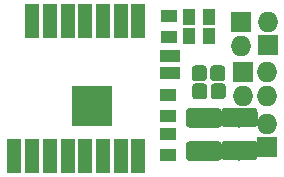
<source format=gbr>
G04 #@! TF.GenerationSoftware,KiCad,Pcbnew,5.0.0-rc3-unknown-520c611~65~ubuntu18.04.1*
G04 #@! TF.CreationDate,2018-07-03T00:15:53+02:00*
G04 #@! TF.ProjectId,vlakinostalo,766C616B696E6F7374616C6F2E6B6963,rev?*
G04 #@! TF.SameCoordinates,Original*
G04 #@! TF.FileFunction,Soldermask,Bot*
G04 #@! TF.FilePolarity,Negative*
%FSLAX46Y46*%
G04 Gerber Fmt 4.6, Leading zero omitted, Abs format (unit mm)*
G04 Created by KiCad (PCBNEW 5.0.0-rc3-unknown-520c611~65~ubuntu18.04.1) date Tue Jul  3 00:15:53 2018*
%MOMM*%
%LPD*%
G01*
G04 APERTURE LIST*
%ADD10R,0.700000X1.100000*%
%ADD11R,1.400000X1.070000*%
%ADD12O,1.750000X1.750000*%
%ADD13R,1.750000X1.750000*%
%ADD14R,1.070000X1.400000*%
%ADD15R,1.300000X2.900000*%
%ADD16R,3.400000X3.400000*%
%ADD17C,0.100000*%
%ADD18C,1.650000*%
%ADD19C,1.275000*%
G04 APERTURE END LIST*
D10*
G04 #@! TO.C,Q1*
X161800000Y-101600000D03*
X160800000Y-101600000D03*
X161800000Y-100100000D03*
X161300000Y-101600000D03*
X160800000Y-100100000D03*
X161300000Y-100100000D03*
G04 #@! TD*
D11*
G04 #@! TO.C,R1*
X161150000Y-106750000D03*
X161150000Y-108500000D03*
G04 #@! TD*
G04 #@! TO.C,R2*
X161150000Y-103450000D03*
X161150000Y-105200000D03*
G04 #@! TD*
D12*
G04 #@! TO.C,J2*
X169560240Y-97235260D03*
D13*
X169560240Y-99235260D03*
G04 #@! TD*
D14*
G04 #@! TO.C,SW1*
X164625000Y-98450000D03*
X162875000Y-98450000D03*
G04 #@! TD*
D11*
G04 #@! TO.C,R8*
X161240000Y-96760000D03*
X161240000Y-98510000D03*
G04 #@! TD*
D13*
G04 #@! TO.C,M1*
X167350000Y-97250000D03*
D12*
X167350000Y-99250000D03*
G04 #@! TD*
D14*
G04 #@! TO.C,SW2*
X162875000Y-96850000D03*
X164625000Y-96850000D03*
G04 #@! TD*
D15*
G04 #@! TO.C,P1*
X149630000Y-108570000D03*
X148130000Y-108570000D03*
X151130000Y-108570000D03*
X152630000Y-108570000D03*
X154130000Y-108570000D03*
X155630000Y-108570000D03*
X157130000Y-108570000D03*
X158630000Y-108570000D03*
X158630000Y-97170000D03*
X157130000Y-97170000D03*
X155630000Y-97170000D03*
X154130000Y-97170000D03*
X152630000Y-97170000D03*
X151130000Y-97170000D03*
X149630000Y-97170000D03*
D16*
X154730000Y-104370000D03*
G04 #@! TD*
D17*
G04 #@! TO.C,C3*
G36*
X165390086Y-107352649D02*
X165422120Y-107357401D01*
X165453534Y-107365270D01*
X165484026Y-107376180D01*
X165513301Y-107390026D01*
X165541078Y-107406675D01*
X165567090Y-107425967D01*
X165591085Y-107447715D01*
X165612833Y-107471710D01*
X165632125Y-107497722D01*
X165648774Y-107525499D01*
X165662620Y-107554774D01*
X165673530Y-107585266D01*
X165681399Y-107616680D01*
X165686151Y-107648714D01*
X165687740Y-107681060D01*
X165687740Y-108671060D01*
X165686151Y-108703406D01*
X165681399Y-108735440D01*
X165673530Y-108766854D01*
X165662620Y-108797346D01*
X165648774Y-108826621D01*
X165632125Y-108854398D01*
X165612833Y-108880410D01*
X165591085Y-108904405D01*
X165567090Y-108926153D01*
X165541078Y-108945445D01*
X165513301Y-108962094D01*
X165484026Y-108975940D01*
X165453534Y-108986850D01*
X165422120Y-108994719D01*
X165390086Y-108999471D01*
X165357740Y-109001060D01*
X162967740Y-109001060D01*
X162935394Y-108999471D01*
X162903360Y-108994719D01*
X162871946Y-108986850D01*
X162841454Y-108975940D01*
X162812179Y-108962094D01*
X162784402Y-108945445D01*
X162758390Y-108926153D01*
X162734395Y-108904405D01*
X162712647Y-108880410D01*
X162693355Y-108854398D01*
X162676706Y-108826621D01*
X162662860Y-108797346D01*
X162651950Y-108766854D01*
X162644081Y-108735440D01*
X162639329Y-108703406D01*
X162637740Y-108671060D01*
X162637740Y-107681060D01*
X162639329Y-107648714D01*
X162644081Y-107616680D01*
X162651950Y-107585266D01*
X162662860Y-107554774D01*
X162676706Y-107525499D01*
X162693355Y-107497722D01*
X162712647Y-107471710D01*
X162734395Y-107447715D01*
X162758390Y-107425967D01*
X162784402Y-107406675D01*
X162812179Y-107390026D01*
X162841454Y-107376180D01*
X162871946Y-107365270D01*
X162903360Y-107357401D01*
X162935394Y-107352649D01*
X162967740Y-107351060D01*
X165357740Y-107351060D01*
X165390086Y-107352649D01*
X165390086Y-107352649D01*
G37*
D18*
X164162740Y-108176060D03*
D17*
G36*
X165390086Y-104552649D02*
X165422120Y-104557401D01*
X165453534Y-104565270D01*
X165484026Y-104576180D01*
X165513301Y-104590026D01*
X165541078Y-104606675D01*
X165567090Y-104625967D01*
X165591085Y-104647715D01*
X165612833Y-104671710D01*
X165632125Y-104697722D01*
X165648774Y-104725499D01*
X165662620Y-104754774D01*
X165673530Y-104785266D01*
X165681399Y-104816680D01*
X165686151Y-104848714D01*
X165687740Y-104881060D01*
X165687740Y-105871060D01*
X165686151Y-105903406D01*
X165681399Y-105935440D01*
X165673530Y-105966854D01*
X165662620Y-105997346D01*
X165648774Y-106026621D01*
X165632125Y-106054398D01*
X165612833Y-106080410D01*
X165591085Y-106104405D01*
X165567090Y-106126153D01*
X165541078Y-106145445D01*
X165513301Y-106162094D01*
X165484026Y-106175940D01*
X165453534Y-106186850D01*
X165422120Y-106194719D01*
X165390086Y-106199471D01*
X165357740Y-106201060D01*
X162967740Y-106201060D01*
X162935394Y-106199471D01*
X162903360Y-106194719D01*
X162871946Y-106186850D01*
X162841454Y-106175940D01*
X162812179Y-106162094D01*
X162784402Y-106145445D01*
X162758390Y-106126153D01*
X162734395Y-106104405D01*
X162712647Y-106080410D01*
X162693355Y-106054398D01*
X162676706Y-106026621D01*
X162662860Y-105997346D01*
X162651950Y-105966854D01*
X162644081Y-105935440D01*
X162639329Y-105903406D01*
X162637740Y-105871060D01*
X162637740Y-104881060D01*
X162639329Y-104848714D01*
X162644081Y-104816680D01*
X162651950Y-104785266D01*
X162662860Y-104754774D01*
X162676706Y-104725499D01*
X162693355Y-104697722D01*
X162712647Y-104671710D01*
X162734395Y-104647715D01*
X162758390Y-104625967D01*
X162784402Y-104606675D01*
X162812179Y-104590026D01*
X162841454Y-104576180D01*
X162871946Y-104565270D01*
X162903360Y-104557401D01*
X162935394Y-104552649D01*
X162967740Y-104551060D01*
X165357740Y-104551060D01*
X165390086Y-104552649D01*
X165390086Y-104552649D01*
G37*
D18*
X164162740Y-105376060D03*
G04 #@! TD*
D17*
G04 #@! TO.C,C4*
G36*
X168410146Y-104517089D02*
X168442180Y-104521841D01*
X168473594Y-104529710D01*
X168504086Y-104540620D01*
X168533361Y-104554466D01*
X168561138Y-104571115D01*
X168587150Y-104590407D01*
X168611145Y-104612155D01*
X168632893Y-104636150D01*
X168652185Y-104662162D01*
X168668834Y-104689939D01*
X168682680Y-104719214D01*
X168693590Y-104749706D01*
X168701459Y-104781120D01*
X168706211Y-104813154D01*
X168707800Y-104845500D01*
X168707800Y-105835500D01*
X168706211Y-105867846D01*
X168701459Y-105899880D01*
X168693590Y-105931294D01*
X168682680Y-105961786D01*
X168668834Y-105991061D01*
X168652185Y-106018838D01*
X168632893Y-106044850D01*
X168611145Y-106068845D01*
X168587150Y-106090593D01*
X168561138Y-106109885D01*
X168533361Y-106126534D01*
X168504086Y-106140380D01*
X168473594Y-106151290D01*
X168442180Y-106159159D01*
X168410146Y-106163911D01*
X168377800Y-106165500D01*
X165987800Y-106165500D01*
X165955454Y-106163911D01*
X165923420Y-106159159D01*
X165892006Y-106151290D01*
X165861514Y-106140380D01*
X165832239Y-106126534D01*
X165804462Y-106109885D01*
X165778450Y-106090593D01*
X165754455Y-106068845D01*
X165732707Y-106044850D01*
X165713415Y-106018838D01*
X165696766Y-105991061D01*
X165682920Y-105961786D01*
X165672010Y-105931294D01*
X165664141Y-105899880D01*
X165659389Y-105867846D01*
X165657800Y-105835500D01*
X165657800Y-104845500D01*
X165659389Y-104813154D01*
X165664141Y-104781120D01*
X165672010Y-104749706D01*
X165682920Y-104719214D01*
X165696766Y-104689939D01*
X165713415Y-104662162D01*
X165732707Y-104636150D01*
X165754455Y-104612155D01*
X165778450Y-104590407D01*
X165804462Y-104571115D01*
X165832239Y-104554466D01*
X165861514Y-104540620D01*
X165892006Y-104529710D01*
X165923420Y-104521841D01*
X165955454Y-104517089D01*
X165987800Y-104515500D01*
X168377800Y-104515500D01*
X168410146Y-104517089D01*
X168410146Y-104517089D01*
G37*
D18*
X167182800Y-105340500D03*
D17*
G36*
X168410146Y-107317089D02*
X168442180Y-107321841D01*
X168473594Y-107329710D01*
X168504086Y-107340620D01*
X168533361Y-107354466D01*
X168561138Y-107371115D01*
X168587150Y-107390407D01*
X168611145Y-107412155D01*
X168632893Y-107436150D01*
X168652185Y-107462162D01*
X168668834Y-107489939D01*
X168682680Y-107519214D01*
X168693590Y-107549706D01*
X168701459Y-107581120D01*
X168706211Y-107613154D01*
X168707800Y-107645500D01*
X168707800Y-108635500D01*
X168706211Y-108667846D01*
X168701459Y-108699880D01*
X168693590Y-108731294D01*
X168682680Y-108761786D01*
X168668834Y-108791061D01*
X168652185Y-108818838D01*
X168632893Y-108844850D01*
X168611145Y-108868845D01*
X168587150Y-108890593D01*
X168561138Y-108909885D01*
X168533361Y-108926534D01*
X168504086Y-108940380D01*
X168473594Y-108951290D01*
X168442180Y-108959159D01*
X168410146Y-108963911D01*
X168377800Y-108965500D01*
X165987800Y-108965500D01*
X165955454Y-108963911D01*
X165923420Y-108959159D01*
X165892006Y-108951290D01*
X165861514Y-108940380D01*
X165832239Y-108926534D01*
X165804462Y-108909885D01*
X165778450Y-108890593D01*
X165754455Y-108868845D01*
X165732707Y-108844850D01*
X165713415Y-108818838D01*
X165696766Y-108791061D01*
X165682920Y-108761786D01*
X165672010Y-108731294D01*
X165664141Y-108699880D01*
X165659389Y-108667846D01*
X165657800Y-108635500D01*
X165657800Y-107645500D01*
X165659389Y-107613154D01*
X165664141Y-107581120D01*
X165672010Y-107549706D01*
X165682920Y-107519214D01*
X165696766Y-107489939D01*
X165713415Y-107462162D01*
X165732707Y-107436150D01*
X165754455Y-107412155D01*
X165778450Y-107390407D01*
X165804462Y-107371115D01*
X165832239Y-107354466D01*
X165861514Y-107340620D01*
X165892006Y-107329710D01*
X165923420Y-107321841D01*
X165955454Y-107317089D01*
X165987800Y-107315500D01*
X168377800Y-107315500D01*
X168410146Y-107317089D01*
X168410146Y-107317089D01*
G37*
D18*
X167182800Y-108140500D03*
G04 #@! TD*
D13*
G04 #@! TO.C,J1*
X169545000Y-107856020D03*
D12*
X169545000Y-105856020D03*
G04 #@! TD*
D13*
G04 #@! TO.C,J3*
X167518080Y-101483160D03*
D12*
X169518080Y-101483160D03*
X167518080Y-103483160D03*
X169518080Y-103483160D03*
G04 #@! TD*
D17*
G04 #@! TO.C,R5*
G36*
X165703993Y-100926535D02*
X165734935Y-100931125D01*
X165765278Y-100938725D01*
X165794730Y-100949263D01*
X165823008Y-100962638D01*
X165849838Y-100978719D01*
X165874963Y-100997353D01*
X165898140Y-101018360D01*
X165919147Y-101041537D01*
X165937781Y-101066662D01*
X165953862Y-101093492D01*
X165967237Y-101121770D01*
X165977775Y-101151222D01*
X165985375Y-101181565D01*
X165989965Y-101212507D01*
X165991500Y-101243750D01*
X165991500Y-101956250D01*
X165989965Y-101987493D01*
X165985375Y-102018435D01*
X165977775Y-102048778D01*
X165967237Y-102078230D01*
X165953862Y-102106508D01*
X165937781Y-102133338D01*
X165919147Y-102158463D01*
X165898140Y-102181640D01*
X165874963Y-102202647D01*
X165849838Y-102221281D01*
X165823008Y-102237362D01*
X165794730Y-102250737D01*
X165765278Y-102261275D01*
X165734935Y-102268875D01*
X165703993Y-102273465D01*
X165672750Y-102275000D01*
X165035250Y-102275000D01*
X165004007Y-102273465D01*
X164973065Y-102268875D01*
X164942722Y-102261275D01*
X164913270Y-102250737D01*
X164884992Y-102237362D01*
X164858162Y-102221281D01*
X164833037Y-102202647D01*
X164809860Y-102181640D01*
X164788853Y-102158463D01*
X164770219Y-102133338D01*
X164754138Y-102106508D01*
X164740763Y-102078230D01*
X164730225Y-102048778D01*
X164722625Y-102018435D01*
X164718035Y-101987493D01*
X164716500Y-101956250D01*
X164716500Y-101243750D01*
X164718035Y-101212507D01*
X164722625Y-101181565D01*
X164730225Y-101151222D01*
X164740763Y-101121770D01*
X164754138Y-101093492D01*
X164770219Y-101066662D01*
X164788853Y-101041537D01*
X164809860Y-101018360D01*
X164833037Y-100997353D01*
X164858162Y-100978719D01*
X164884992Y-100962638D01*
X164913270Y-100949263D01*
X164942722Y-100938725D01*
X164973065Y-100931125D01*
X165004007Y-100926535D01*
X165035250Y-100925000D01*
X165672750Y-100925000D01*
X165703993Y-100926535D01*
X165703993Y-100926535D01*
G37*
D19*
X165354000Y-101600000D03*
D17*
G36*
X164128993Y-100926535D02*
X164159935Y-100931125D01*
X164190278Y-100938725D01*
X164219730Y-100949263D01*
X164248008Y-100962638D01*
X164274838Y-100978719D01*
X164299963Y-100997353D01*
X164323140Y-101018360D01*
X164344147Y-101041537D01*
X164362781Y-101066662D01*
X164378862Y-101093492D01*
X164392237Y-101121770D01*
X164402775Y-101151222D01*
X164410375Y-101181565D01*
X164414965Y-101212507D01*
X164416500Y-101243750D01*
X164416500Y-101956250D01*
X164414965Y-101987493D01*
X164410375Y-102018435D01*
X164402775Y-102048778D01*
X164392237Y-102078230D01*
X164378862Y-102106508D01*
X164362781Y-102133338D01*
X164344147Y-102158463D01*
X164323140Y-102181640D01*
X164299963Y-102202647D01*
X164274838Y-102221281D01*
X164248008Y-102237362D01*
X164219730Y-102250737D01*
X164190278Y-102261275D01*
X164159935Y-102268875D01*
X164128993Y-102273465D01*
X164097750Y-102275000D01*
X163460250Y-102275000D01*
X163429007Y-102273465D01*
X163398065Y-102268875D01*
X163367722Y-102261275D01*
X163338270Y-102250737D01*
X163309992Y-102237362D01*
X163283162Y-102221281D01*
X163258037Y-102202647D01*
X163234860Y-102181640D01*
X163213853Y-102158463D01*
X163195219Y-102133338D01*
X163179138Y-102106508D01*
X163165763Y-102078230D01*
X163155225Y-102048778D01*
X163147625Y-102018435D01*
X163143035Y-101987493D01*
X163141500Y-101956250D01*
X163141500Y-101243750D01*
X163143035Y-101212507D01*
X163147625Y-101181565D01*
X163155225Y-101151222D01*
X163165763Y-101121770D01*
X163179138Y-101093492D01*
X163195219Y-101066662D01*
X163213853Y-101041537D01*
X163234860Y-101018360D01*
X163258037Y-100997353D01*
X163283162Y-100978719D01*
X163309992Y-100962638D01*
X163338270Y-100949263D01*
X163367722Y-100938725D01*
X163398065Y-100931125D01*
X163429007Y-100926535D01*
X163460250Y-100925000D01*
X164097750Y-100925000D01*
X164128993Y-100926535D01*
X164128993Y-100926535D01*
G37*
D19*
X163779000Y-101600000D03*
G04 #@! TD*
D17*
G04 #@! TO.C,R7*
G36*
X165729493Y-102450535D02*
X165760435Y-102455125D01*
X165790778Y-102462725D01*
X165820230Y-102473263D01*
X165848508Y-102486638D01*
X165875338Y-102502719D01*
X165900463Y-102521353D01*
X165923640Y-102542360D01*
X165944647Y-102565537D01*
X165963281Y-102590662D01*
X165979362Y-102617492D01*
X165992737Y-102645770D01*
X166003275Y-102675222D01*
X166010875Y-102705565D01*
X166015465Y-102736507D01*
X166017000Y-102767750D01*
X166017000Y-103480250D01*
X166015465Y-103511493D01*
X166010875Y-103542435D01*
X166003275Y-103572778D01*
X165992737Y-103602230D01*
X165979362Y-103630508D01*
X165963281Y-103657338D01*
X165944647Y-103682463D01*
X165923640Y-103705640D01*
X165900463Y-103726647D01*
X165875338Y-103745281D01*
X165848508Y-103761362D01*
X165820230Y-103774737D01*
X165790778Y-103785275D01*
X165760435Y-103792875D01*
X165729493Y-103797465D01*
X165698250Y-103799000D01*
X165060750Y-103799000D01*
X165029507Y-103797465D01*
X164998565Y-103792875D01*
X164968222Y-103785275D01*
X164938770Y-103774737D01*
X164910492Y-103761362D01*
X164883662Y-103745281D01*
X164858537Y-103726647D01*
X164835360Y-103705640D01*
X164814353Y-103682463D01*
X164795719Y-103657338D01*
X164779638Y-103630508D01*
X164766263Y-103602230D01*
X164755725Y-103572778D01*
X164748125Y-103542435D01*
X164743535Y-103511493D01*
X164742000Y-103480250D01*
X164742000Y-102767750D01*
X164743535Y-102736507D01*
X164748125Y-102705565D01*
X164755725Y-102675222D01*
X164766263Y-102645770D01*
X164779638Y-102617492D01*
X164795719Y-102590662D01*
X164814353Y-102565537D01*
X164835360Y-102542360D01*
X164858537Y-102521353D01*
X164883662Y-102502719D01*
X164910492Y-102486638D01*
X164938770Y-102473263D01*
X164968222Y-102462725D01*
X164998565Y-102455125D01*
X165029507Y-102450535D01*
X165060750Y-102449000D01*
X165698250Y-102449000D01*
X165729493Y-102450535D01*
X165729493Y-102450535D01*
G37*
D19*
X165379500Y-103124000D03*
D17*
G36*
X164154493Y-102450535D02*
X164185435Y-102455125D01*
X164215778Y-102462725D01*
X164245230Y-102473263D01*
X164273508Y-102486638D01*
X164300338Y-102502719D01*
X164325463Y-102521353D01*
X164348640Y-102542360D01*
X164369647Y-102565537D01*
X164388281Y-102590662D01*
X164404362Y-102617492D01*
X164417737Y-102645770D01*
X164428275Y-102675222D01*
X164435875Y-102705565D01*
X164440465Y-102736507D01*
X164442000Y-102767750D01*
X164442000Y-103480250D01*
X164440465Y-103511493D01*
X164435875Y-103542435D01*
X164428275Y-103572778D01*
X164417737Y-103602230D01*
X164404362Y-103630508D01*
X164388281Y-103657338D01*
X164369647Y-103682463D01*
X164348640Y-103705640D01*
X164325463Y-103726647D01*
X164300338Y-103745281D01*
X164273508Y-103761362D01*
X164245230Y-103774737D01*
X164215778Y-103785275D01*
X164185435Y-103792875D01*
X164154493Y-103797465D01*
X164123250Y-103799000D01*
X163485750Y-103799000D01*
X163454507Y-103797465D01*
X163423565Y-103792875D01*
X163393222Y-103785275D01*
X163363770Y-103774737D01*
X163335492Y-103761362D01*
X163308662Y-103745281D01*
X163283537Y-103726647D01*
X163260360Y-103705640D01*
X163239353Y-103682463D01*
X163220719Y-103657338D01*
X163204638Y-103630508D01*
X163191263Y-103602230D01*
X163180725Y-103572778D01*
X163173125Y-103542435D01*
X163168535Y-103511493D01*
X163167000Y-103480250D01*
X163167000Y-102767750D01*
X163168535Y-102736507D01*
X163173125Y-102705565D01*
X163180725Y-102675222D01*
X163191263Y-102645770D01*
X163204638Y-102617492D01*
X163220719Y-102590662D01*
X163239353Y-102565537D01*
X163260360Y-102542360D01*
X163283537Y-102521353D01*
X163308662Y-102502719D01*
X163335492Y-102486638D01*
X163363770Y-102473263D01*
X163393222Y-102462725D01*
X163423565Y-102455125D01*
X163454507Y-102450535D01*
X163485750Y-102449000D01*
X164123250Y-102449000D01*
X164154493Y-102450535D01*
X164154493Y-102450535D01*
G37*
D19*
X163804500Y-103124000D03*
G04 #@! TD*
M02*

</source>
